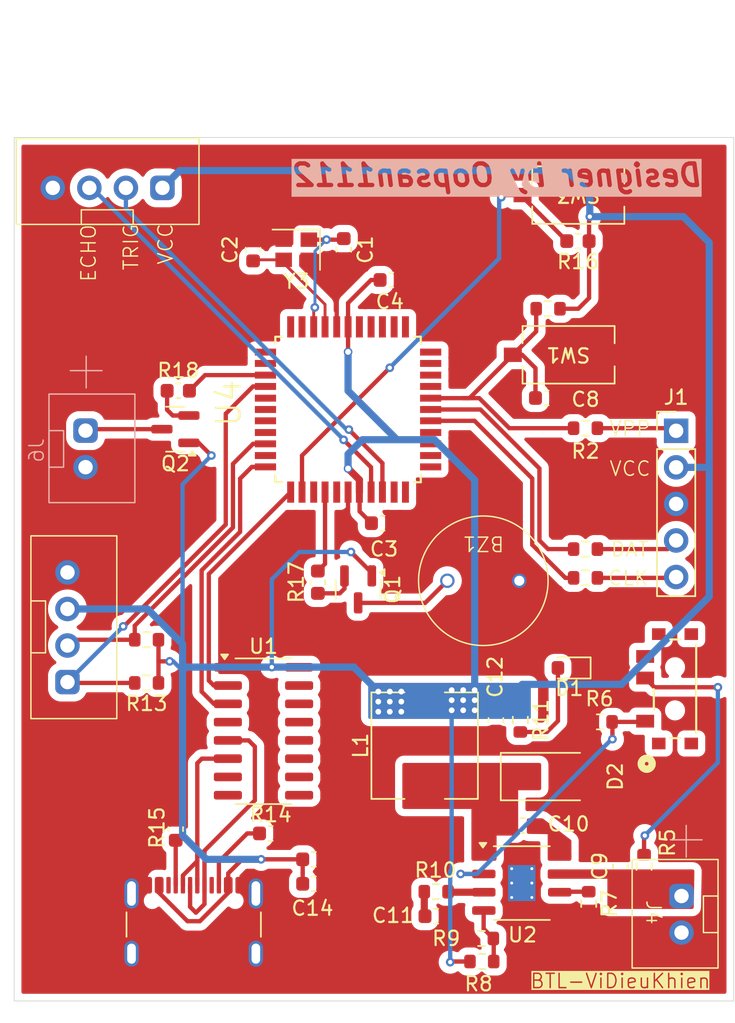
<source format=kicad_pcb>
(kicad_pcb (version 20240108) (generator "pcbnew") (generator_version "8.0")
  (layers (0 "F.Cu" signal) (31 "B.Cu" signal) (34 "B.Paste" user) (35 "F.Paste" user) (36 "B.SilkS" user "B.Silkscreen") (37 "F.SilkS" user "F.Silkscreen") (38 "B.Mask" user) (39 "F.Mask" user) (44 "Edge.Cuts" user))
  (net 0 "")
  (net 1 "Net-(BZ1--)")
  (net 2 "GND")
  (net 3 "+5V")
  (net 4 "VPP")
  (net 5 "8v")
  (net 6 "Net-(U2-BST)")
  (net 7 "Net-(D2-K)")
  (net 8 "Net-(C11-Pad1)")
  (net 9 "Net-(D1-A)")
  (net 10 "Net-(J1-Pin_5)")
  (net 11 "Net-(J1-Pin_4)")
  (net 12 "Net-(J1-Pin_1)")
  (net 13 "/HEADER/D-")
  (net 14 "Net-(J3-CC1)")
  (net 15 "/HEADER/D+")
  (net 16 "Net-(J3-CC2)")
  (net 19 "Net-(Q1-B)")
  (net 20 "/HEADER/IPS_DAT")
  (net 21 "/HEADER/IPS_CLK")
  (net 22 "/POWER/sw2")
  (net 23 "/POWER/sw1")
  (net 24 "Net-(U2-FREQ)")
  (net 25 "Net-(U2-FB)")
  (net 26 "Net-(U2-COMP)")
  (net 27 "/HEADER/SDA")
  (net 28 "/HEADER/SCL")
  (net 29 "/MCU/SW0")
  (net 30 "/MCU/BUZZER")
  (net 32 "/HEADER/TRIG")
  (net 33 "/HEADER/ECHO")
  (net 34 "Net-(U4-RA6{slash}OSC2{slash}CLKOUT)")
  (net 35 "Net-(U4-RA7{slash}OSC1{slash}CLKIN)")
  (net 42 "Net-(J6-Pin_1)")
  (net 73 "/HEADER/RX")
  (net 74 "/HEADER/TX")
  (net 75 "Net-(Q2-B)")
  (net 76 "/HEADER/LAZZER")
  (footprint "Capacitor_SMD:C_0603_1608Metric" (layer "F.Cu") (at 164.922 110.8319 90)
    (property "Reference" "C9")
    (property "Value" "100n")
  )
  (footprint "Resistor_SMD:R_0603_1608Metric" (layer "F.Cu") (at 163.522 100.8069 180)
    (property "Reference" "R6")
    (property "Value" "30k")
  )
  (footprint "Package_TO_SOT_SMD:SOT-23" (layer "F.Cu") (at 146.7 91.6 -90)
    (property "Reference" "Q1")
    (property "Value" "S8550")
  )
  (footprint "JST-254:JST 4" (layer "F.Cu") (at 129.0908 100.58 90)
    (property "Reference" "J2" (hide yes))
    (property "Value" "Conn_01x04_Socket")
  )
  (footprint "JST-254:JST 4" (layer "F.Cu") (at 135.64 61.1092 180)
    (property "Reference" "J5" (hide yes))
    (property "Value" "Conn_01x04_Socket")
  )
  (footprint "Capacitor_SMD:C_0603_1608Metric" (layer "F.Cu") (at 143.622 112.0569)
    (property "Reference" "C14")
    (property "Value" "100nF")
  )
  (footprint "Package_SO:SOIC-8-1EP_3.9x4.9mm_P1.27mm_EP2.514x3.2mm_ThermalVias" (layer "F.Cu") (at 158.072 112.0069)
    (property "Reference" "U2")
    (property "Value" "MP1584EN-LF-P")
  )
  (footprint "Resistor_SMD:R_0603_1608Metric" (layer "F.Cu") (at 132 95.1 180)
    (property "Reference" "R12" (hide yes))
    (property "Value" "4.7k")
  )
  (footprint "Resistor_SMD:R_0603_1608Metric" (layer "F.Cu") (at 155.272 115.8569 180)
    (property "Reference" "R9")
    (property "Value" "10k")
  )
  (footprint "Capacitor_SMD:C_0603_1608Metric" (layer "F.Cu") (at 149 70.1)
    (property "Reference" "C4")
    (property "Value" "100n")
  )
  (footprint "JST-254:JST 2" (layer "F.Cu") (at 169.172 112.9069 -90)
    (property "Reference" "J4")
    (property "Value" "Conn_01x02_Socket")
  )
  (footprint "Capacitor_SMD:C_0603_1608Metric" (layer "F.Cu") (at 143.622 110.3569)
    (property "Reference" "C13" (hide yes))
    (property "Value" "10uF")
  )
  (footprint "Capacitor_SMD:C_0603_1608Metric" (layer "F.Cu") (at 134.2 77.8 180)
    (property "Reference" "R18")
    (property "Value" "1K")
  )
  (footprint "Resistor_SMD:R_0603_1608Metric" (layer "F.Cu") (at 157.972 100.6819 -90)
    (property "Reference" "R11")
    (property "Value" "4.7k")
  )
  (footprint "Package_SO:SOIC-16_3.9x9.9mm_P1.27mm" (layer "F.Cu") (at 140.122 101.4569)
    (property "Reference" "U1")
    (property "Value" "CH340C")
  )
  (footprint "Resistor_SMD:R_0603_1608Metric" (layer "F.Cu") (at 166.572 110.8569 90)
    (property "Reference" "R5")
    (property "Value" "100k")
  )
  (footprint "Capacitor_SMD:C_0603_1608Metric" (layer "F.Cu") (at 143.9 91.1 -90)
    (property "Reference" "R17")
    (property "Value" "1K")
  )
  (footprint "Capacitor_SMD:C_0603_1608Metric" (layer "F.Cu") (at 159.8 78.3)
    (property "Reference" "C8")
    (property "Value" "10n")
  )
  (footprint "Resistor_SMD:R_0603_1608Metric" (layer "F.Cu") (at 162.722 113.4319 -90)
    (property "Reference" "R7")
    (property "Value" "100k")
  )
  (footprint "Capacitor_SMD:C_0603_1608Metric" (layer "F.Cu") (at 139.4 68 -90)
    (property "Reference" "C2")
    (property "Value" "10p")
  )
  (footprint "Resistor_SMD:R_0603_1608Metric" (layer "F.Cu") (at 159.9 72.1 180)
    (property "Reference" "R1" (hide yes))
    (property "Value" "4.7K")
  )
  (footprint "Resistor_SMD:R_0603_1608Metric" (layer "F.Cu") (at 132 98.1 180)
    (property "Reference" "R13")
    (property "Value" "4.7k")
  )
  (footprint "MK-12C02:MK-12C02-G020_GSW" (layer "F.Cu") (at 168.722 98.5083 90)
    (property "Reference" "SW4" (hide yes))
    (property "Value" "MK-12C02-G020")
  )
  (footprint "Capacitor_SMD:C_0603_1608Metric" (layer "F.Cu") (at 145.7 68 90)
    (property "Reference" "C1")
    (property "Value" "10p")
  )
  (footprint "Capacitor_SMD:C_0603_1608Metric" (layer "F.Cu") (at 158.147 108.0069)
    (property "Reference" "C10")
    (property "Value" "100n")
  )
  (footprint "Button_Switch_SMD:SW_Tactile_SPST_NO_Straight_CK_PTS636Sx25SMTRLFS" (layer "F.Cu") (at 161.325 75.3 180)
    (property "Reference" "SW1")
    (property "Value" "RST_BUT")
  )
  (footprint "Resistor_SMD:R_0603_1608Metric" (layer "F.Cu") (at 162.5 80.4)
    (property "Reference" "R2")
    (property "Value" "10R")
  )
  (footprint "Capacitor_SMD:C_0603_1608Metric" (layer "F.Cu") (at 140.622 108.5569)
    (property "Reference" "R14")
    (property "Value" "5.1K")
  )
  (footprint "Resistor_SMD:R_0603_1608Metric" (layer "F.Cu") (at 162.5 90.8 180)
    (property "Reference" "R4" (hide yes))
    (property "Value" "10R")
  )
  (footprint "Resistor_SMD:R_0603_1608Metric" (layer "F.Cu") (at 152.122 112.6069 180)
    (property "Reference" "R10")
    (property "Value" "100k")
  )
  (footprint "Resistor_SMD:R_0603_1608Metric" (layer "F.Cu") (at 155.297 117.4569)
    (property "Reference" "R8")
    (property "Value" "51k")
  )
  (footprint "Crystal:Crystal_SMD_2520-4Pin_2.5x2.0mm" (layer "F.Cu") (at 142.4 68 180)
    (property "Reference" "Y3")
    (property "Value" "12M")
  )
  (footprint "Diode_SMD:D_SMA" (layer "F.Cu") (at 160.122 104.6069)
    (property "Reference" "D2")
    (property "Value" "SS34")
  )
  (footprint "Buzzer_Beeper:buzzer tmb09a05 9x5.5" (layer "F.Cu") (at 152.5 80.95 180)
    (property "Reference" "BZ1")
    (property "Value" "Buzzer")
  )
  (footprint "Button_Switch_SMD:SW_Tactile_SPST_NO_Straight_CK_PTS636Sx25SMTRLFS" (layer "F.Cu") (at 162 64.2 180)
    (property "Reference" "SW3")
    (property "Value" "SW_Push")
  )
  (footprint "Connector_PinHeader_2.54mm:PinHeader_1x05_P2.54mm_Vertical" (layer "F.Cu") (at 168.8 80.58)
    (property "Reference" "J1")
    (property "Value" "ISP_CON")
  )
  (footprint "Capacitor_SMD:C_0603_1608Metric" (layer "F.Cu") (at 148.4 87)
    (property "Reference" "C3")
    (property "Value" "100n")
  )
  (footprint "Package_TO_SOT_SMD:QFP80P1200X1200X120-44N" (layer "F.Cu") (at 146 79.1 90)
    (property "Reference" "U4")
    (property "Value" "PIC16F887-I_PT")
  )
  (footprint "Capacitor_SMD:C_0603_1608Metric" (layer "F.Cu") (at 156.272 100.6819 -90)
    (property "Reference" "C12")
    (property "Value" "22u")
  )
  (footprint "Capacitor_SMD:C_0603_1608Metric" (layer "F.Cu") (at 134.022 108.2569 -90)
    (property "Reference" "R15")
    (property "Value" "5.1K")
  )
  (footprint "Resistor_SMD:R_0603_1608Metric" (layer "F.Cu") (at 162.5 88.8 180)
    (property "Reference" "R3" (hide yes))
    (property "Value" "10R")
  )
  (footprint "Package_TO_SOT_SMD:SOT-23" (layer "F.Cu") (at 134 80.4681 180)
    (property "Reference" "Q2")
    (property "Value" "S8550")
  )
  (footprint "Capacitor_SMD:C_0603_1608Metric" (layer "F.Cu") (at 152.122 114.3069)
    (property "Reference" "C11")
    (property "Value" "150p")
  )
  (footprint "Inductor_SMD:L_7.3x7.3_H3.5" (layer "F.Cu") (at 151.322 102.4569 90)
    (property "Reference" "L1")
    (property "Value" "15uH")
  )
  (footprint "LED_SMD:LED_0603_1608Metric" (layer "F.Cu") (at 161.372 97.0569 180)
    (property "Reference" "D1")
    (property "Value" "LED")
  )
  (footprint "Capacitor_SMD:C_0603_1608Metric" (layer "F.Cu") (at 161.975 67.4 180)
    (property "Reference" "R16")
    (property "Value" "10K")
  )
  (footprint "Connector_USB:USB_C_Receptacle_GCT_USB4105-xx-A_16P_TopMnt_Horizontal" (layer "F.Cu") (at 135.272 115.8369)
    (property "Reference" "J3" (hide yes))
    (property "Value" "USB_C_Receptacle_USB2.0_16P")
  )
  (footprint "JST-254:JST 2" (layer "B.Cu") (at 127.7555 80.5681 -90)
    (property "Reference" "J6")
    (property "Value" "Conn_01x02_Socket")
  )
  (gr_line (start 126.7 76.4) (end 128.9 76.4) (stroke (width 0.1)) (layer "B.SilkS"))
  (gr_line (start 127.8 75.4) (end 127.8 77.6) (stroke (width 0.1)) (layer "B.SilkS"))
  (gr_line (start 169.5 108) (end 169.5 110.2) (stroke (width 0.1)) (layer "B.SilkS"))
  (gr_line (start 168.4 109) (end 170.6 109) (stroke (width 0.1)) (layer "B.SilkS"))
  (gr_line (start 172.8 60.2) (end 122.8 60.2) (stroke (width 0.05)) (layer "Edge.Cuts"))
  (gr_line (start 122.8 60.2) (end 122.8 120.2) (stroke (width 0.05)) (layer "Edge.Cuts"))
  (gr_line (start 172.8 120.2) (end 172.8 60.2) (stroke (width 0.05)) (layer "Edge.Cuts"))
  (gr_line (start 122.8 120.2) (end 172.8 120.2) (stroke (width 0.05)) (layer "Edge.Cuts"))
  (gr_text "Designer by Oopsan1112" (at 170.8 63.7 0) (layer "B.SilkS" knockout) (effects (font (size 1.5 1.5) (thickness 0.3) (bold yes) (italic yes)) (justify left bottom mirror)))
  (gr_text "CLK\n" (at 164 91.4 0) (layer "F.SilkS") (effects (font (size 1 1) (thickness 0.1)) (justify left bottom)))
  (gr_text "DAT\n" (at 164.2 89.4 0) (layer "F.SilkS") (effects (font (size 1 1) (thickness 0.1)) (justify left bottom)))
  (gr_text "VCC\n" (at 164.1 83.8 0) (layer "F.SilkS") (effects (font (size 1 1) (thickness 0.1)) (justify left bottom)))
  (gr_text "BTL-ViDieuKhien" (at 158.6 119.4 0) (layer "F.SilkS" knockout) (effects (font (size 1 1) (thickness 0.1)) (justify left bottom)))
  (gr_text "VPP\n" (at 164.1 81 0) (layer "F.SilkS") (effects (font (size 1 1) (thickness 0.1)) (justify left bottom)))
  (gr_text "ECHO\n" (at 127.3 70.3 -90) (layer "F.SilkS") (effects (font (size 1 1) (thickness 0.1)) (justify left bottom mirror)))
  (gr_text "TRIG\n" (at 131.5 69.5 90) (layer "F.SilkS") (effects (font (size 1 1) (thickness 0.1)) (justify left bottom)))
  (gr_text "VCC\n" (at 133.9 69.1 90) (layer "F.SilkS") (effects (font (size 1 1) (thickness 0.1)) (justify left bottom)))
  (segment (start 151.3625 92.5375) (end 152.9 91) (width 0.3) (layer "F.Cu") (net 1))
  (segment (start 146.7 92.5375) (end 151.3625 92.5375) (width 0.3) (layer "F.Cu") (net 1))
  (segment (start 146 86.6) (end 145.9 86.7) (width 0.3) (layer "F.Cu") (net 2))
  (segment (start 145.2126 73.3596) (end 145.2126 71.1126) (width 0.3) (layer "F.Cu") (net 2))
  (segment (start 146 84.8404) (end 146 86.6) (width 0.3) (layer "F.Cu") (net 2))
  (segment (start 146 83.2) (end 146.7874 83.9874) (width 0.5) (layer "F.Cu") (net 3))
  (segment (start 139.9569 110.3569) (end 138.6431 110.3569) (width 0.3) (layer "F.Cu") (net 3))
  (segment (start 138.6431 110.3569) (end 137.672 111.328) (width 0.3) (layer "F.Cu") (net 3))
  (segment (start 137.672 111.328) (end 137.672 112.1569) (width 0.3) (layer "F.Cu") (net 3))
  (segment (start 146 73.3596) (end 146 71.7) (width 0.3) (layer "F.Cu") (net 3))
  (segment (start 135.6181 81.4181) (end 134.9375 81.4181) (width 0.3) (layer "F.Cu") (net 3))
  (segment (start 146.7874 83.9874) (end 146.7874 84.8404) (width 0.5) (layer "F.Cu") (net 3))
  (segment (start 135.70012 114.6569) (end 134.84388 114.6569) (width 0.3) (layer "F.Cu") (net 3))
  (segment (start 132.825 96.6) (end 132.825 98.1) (width 0.3) (layer "F.Cu") (net 3))
  (segment (start 147.6 70.1) (end 148.225 70.1) (width 0.3) (layer "F.Cu") (net 3))
  (segment (start 153.1431 117.4569) (end 153.1 117.5) (width 0.3) (layer "F.Cu") (net 3))
  (segment (start 132.825 95.1) (end 132.825 96.6) (width 0.3) (layer "F.Cu") (net 3))
  (segment (start 146.2 89) (end 147.65 90.45) (width 0.3) (layer "F.Cu") (net 3))
  (segment (start 162.75 67.4) (end 162.75 65.75) (width 0.3) (layer "F.Cu") (net 3))
  (segment (start 146 73.3596) (end 146 75.1) (width 0.3) (layer "F.Cu") (net 3))
  (segment (start 147.625 87) (end 146.8 86.175) (width 0.3) (layer "F.Cu") (net 3))
  (segment (start 154.472 117.4569) (end 153.1431 117.4569) (width 0.3) (layer "F.Cu") (net 3))
  (segment (start 139.9569 110.3569) (end 142.847 110.3569) (width 0.3) (layer "F.Cu") (net 3))
  (segment (start 146.8 86.175) (end 146.8 84.853) (width 0.3) (layer "F.Cu") (net 3))
  (segment (start 134.84388 114.6569) (end 132.872 112.68502) (width 0.3) (layer "F.Cu") (net 3))
  (segment (start 132.825 96.6) (end 133.6 96.6) (width 0.3) (layer "F.Cu") (net 3))
  (segment (start 142.847 111.3) (end 142.847 112.0569) (width 0.3) (layer "F.Cu") (net 3))
  (segment (start 147.65 90.45) (end 147.65 90.6625) (width 0.3) (layer "F.Cu") (net 3))
  (segment (start 140.7119 97.0119) (end 140.7 97) (width 0.3) (layer "F.Cu") (net 3))
  (segment (start 142.847 110.3569) (end 142.847 111.3) (width 0.3) (layer "F.Cu") (net 3))
  (segment (start 162 72.1) (end 162.75 71.35) (width 0.3) (layer "F.Cu") (net 3))
  (segment (start 137.672 112.68502) (end 135.70012 114.6569) (width 0.3) (layer "F.Cu") (net 3))
  (segment (start 162.75 71.35) (end 162.75 67.4) (width 0.3) (layer "F.Cu") (net 3))
  (segment (start 136.5 82.3) (end 135.6181 81.4181) (width 0.3) (layer "F.Cu") (net 3))
  (segment (start 137.672 112.1569) (end 137.672 112.68502) (width 0.3) (layer "F.Cu") (net 3))
  (segment (start 160.725 72.1) (end 162 72.1) (width 0.3) (layer "F.Cu") (net 3))
  (segment (start 146 71.7) (end 147.6 70.1) (width 0.3) (layer "F.Cu") (net 3))
  (segment (start 162.75 65.75) (end 162.8 65.7) (width 0.3) (layer "F.Cu") (net 3))
  (segment (start 132.872 112.68502) (end 132.872 112.1569) (width 0.3) (layer "F.Cu") (net 3))
  (segment (start 146.8 84.853) (end 146.7874 84.8404) (width 0.3) (layer "F.Cu") (net 3))
  (segment (start 142.597 97.0119) (end 140.7119 97.0119) (width 0.3) (layer "F.Cu") (net 3))
  (via (at 146.2 89) (size 0.6) (drill 0.3) (layers "F.Cu" "B.Cu") (net 3))
  (via (at 153.2 98.6) (size 0.6) (drill 0.4) (layers "F.Cu" "B.Cu") (net 3))
  (via (at 153.2 99.3) (size 0.6) (drill 0.4) (layers "F.Cu" "B.Cu") (net 3))
  (via (at 154 100) (size 0.6) (drill 0.4) (layers "F.Cu" "B.Cu") (net 3))
  (via (at 133.6 96.6) (size 0.6) (drill 0.3) (layers "F.Cu" "B.Cu") (net 3))
  (via (at 140.7 97) (size 0.6) (drill 0.3) (layers "F.Cu" "B.Cu") (net 3))
  (via (at 148.1 100.1) (size 0.6) (drill 0.4) (layers "F.Cu" "B.Cu") (net 3))
  (via (at 136.5 82.3) (size 0.6) (drill 0.3) (layers "F.Cu" "B.Cu") (net 3))
  (via (at 148.1 99.4) (size 0.6) (drill 0.4) (layers "F.Cu" "B.Cu") (net 3))
  (via (at 149.7 100.1) (size 0.6) (drill 0.4) (layers "F.Cu" "B.Cu") (net 3))
  (via (at 148.1 98.7) (size 0.6) (drill 0.4) (layers "F.Cu" "B.Cu") (net 3))
  (via (at 146 75.1) (size 0.6) (drill 0.4) (layers "F.Cu" "B.Cu") (net 3))
  (via (at 149.7 99.4) (size 0.6) (drill 0.4) (layers "F.Cu" "B.Cu") (net 3))
  (via (at 148.9 98.7) (size 0.6) (drill 0.4) (layers "F.Cu" "B.Cu") (net 3))
  (via (at 139.9569 110.3569) (size 0.6) (drill 0.3) (layers "F.Cu" "B.Cu") (net 3))
  (via (at 148.9 100.1) (size 0.6) (drill 0.4) (layers "F.Cu" "B.Cu") (net 3))
  (via (at 153.2 100) (size 0.6) (drill 0.4) (layers "F.Cu" "B.Cu") (net 3))
  (via (at 154 98.6) (size 0.6) (drill 0.4) (layers "F.Cu" "B.Cu") (net 3))
  (via (at 154.8 99.3) (size 0.6) (drill 0.4) (layers "F.Cu" "B.Cu") (net 3))
  (via (at 154.8 100) (size 0.6) (drill 0.4) (layers "F.Cu" "B.Cu") (net 3))
  (via (at 162.8 65.7) (size 0.6) (drill 0.3) (layers "F.Cu" "B.Cu") (net 3))
  (via (at 154 99.3) (size 0.6) (drill 0.4) (layers "F.Cu" "B.Cu") (net 3))
  (via (at 154.8 98.6) (size 0.6) (drill 0.4) (layers "F.Cu" "B.Cu") (net 3))
  (via (at 149.7 98.7) (size 0.6) (drill 0.4) (layers "F.Cu" "B.Cu") (net 3))
  (via (at 153.1 117.5) (size 0.6) (drill 0.3) (layers "F.Cu" "B.Cu") (net 3))
  (via (at 146 83.2) (size 0.6) (drill 0.4) (layers "F.Cu" "B.Cu") (net 3))
  (via (at 148.9 99.4) (size 0.6) (drill 0.4) (layers "F.Cu" "B.Cu") (net 3))
  (segment (start 146 83.2) (end 146 82.2) (width 0.5) (layer "B.Cu") (net 3))
  (segment (start 171.1 83) (end 170.98 83.12) (width 0.5) (layer "B.Cu") (net 3))
  (segment (start 169.3 65.7) (end 162.8 65.7) (width 0.5) (layer "B.Cu") (net 3))
  (segment (start 140.7 97) (end 140.7 90.9) (width 0.3) (layer "B.Cu") (net 3))
  (segment (start 133.6 96.6) (end 133.85 96.6) (width 0.3) (layer "B.Cu") (net 3))
  (segment (start 165 98.2) (end 171.1 92.1) (width 0.5) (layer "B.Cu") (net 3))
  (segment (start 136.1569 110.3569) (end 139.9569 110.3569) (width 0.5) (layer "B.Cu") (net 3))
  (segment (start 146 77.8) (end 146 75.1) (width 0.5) (layer "B.Cu") (net 3))
  (segment (start 147 81.2) (end 149.6 81.2) (width 0.5) (layer "B.Cu") (net 3))
  (segment (start 134.5 84.3) (end 136.5 82.3) (width 0.3) (layer "B.Cu") (net 3))
  (segment (start 162.8 64.1) (end 161.2 62.5) (width 0.5) (layer "B.Cu") (net 3))
  (segment (start 153.1 117.5) (end 153.1 111.174661) (width 0.3) (layer "B.Cu") (net 3))
  (segment (start 153.1 111.174661) (end 153.2 111.074661) (width 0.3) (layer "B.Cu") (net 3))
  (segment (start 171.1 67.5) (end 169.3 65.7) (width 0.5) (layer "B.Cu") (net 3))
  (segment (start 149.6 81.2) (end 149.4 81.2) (width 0.5) (layer "B.Cu") (net 3))
  (segment (start 134.75 97) (end 134.5 97.25) (width 0.5) (layer "B.Cu") (net 3))
  (segment (start 146.4 97) (end 140.7 97) (width 0.5) (layer "B.Cu") (net 3))
  (segment (start 170.98 83.12) (end 168.8 83.12) (width 0.5) (layer "B.Cu") (net 3))
  (segment (start 162.8 65.7) (end 162.8 64.1) (width 0.5) (layer "B.Cu") (net 3))
  (segment (start 149.4 81.2) (end 146 77.8) (width 0.5) (layer "B.Cu") (net 3))
  (segment (start 140.7 90.9) (end 142.6 89) (width 0.3) (layer "B.Cu") (net 3))
  (segment (start 146 82.2) (end 147 81.2) (width 0.5) (layer "B.Cu") (net 3))
  (segment (start 132.06 92.96) (end 126.5 92.96) (width 0.5) (layer "B.Cu") (net 3))
  (segment (start 153.2 111.074661) (end 153.2 100) (width 0.3) (layer "B.Cu") (net 3))
  (segment (start 157.5 98.8) (end 158.1 98.2) (width 0.5) (layer "B.Cu") (net 3))
  (segment (start 171.1 80.3) (end 171.1 73.7) (width 0.5) (layer "B.Cu") (net 3))
  (segment (start 142.6 89) (end 146.2 89) (width 0.3) (layer "B.Cu") (net 3))
  (segment (start 149.6 81.2) (end 152 81.2) (width 0.5) (layer "B.Cu") (net 3))
  (segment (start 148.1 98.7) (end 148 98.6) (width 0.5) (layer "B.Cu") (net 3))
  (segment (start 140.7 97) (end 134.75 97) (width 0.5) (layer "B.Cu") (net 3))
  (segment (start 171.1 83) (end 171.1 79.8) (width 0.5) (layer "B.Cu") (net 3))
  (segment (start 158.1 98.2) (end 165 98.2) (width 0.5) (layer "B.Cu") (net 3))
  (segment (start 134.3 62.5) (end 133.1 63.7) (width 0.5) (layer "B.Cu") (net 3))
  (segment (start 134.5 108.7) (end 136.1569 110.3569) (width 0.5) (layer "B.Cu") (net 3))
  (segment (start 134.5 97.25) (end 134.5 95.4) (width 0.5) (layer "B.Cu") (net 3))
  (segment (start 148.1 98.7) (end 146.4 97) (width 0.5) (layer "B.Cu") (net 3))
  (segment (start 134.5 97.25) (end 134.5 84.3) (width 0.3) (layer "B.Cu") (net 3))
  (segment (start 134.5 95.4) (end 132.06 92.96) (width 0.5) (layer "B.Cu") (net 3))
  (segment (start 134.5 97.25) (end 134.5 108.7) (width 0.5) (layer "B.Cu") (net 3))
  (segment (start 154.8 84) (end 154.8 98.6) (width 0.5) (layer "B.Cu") (net 3))
  (segment (start 171.1 73.7) (end 171.1 67.5) (width 0.5) (layer "B.Cu") (net 3))
  (segment (start 133.85 96.6) (end 134.5 97.25) (width 0.3) (layer "B.Cu") (net 3))
  (segment (start 152 81.2) (end 154.8 84) (width 0.5) (layer "B.Cu") (net 3))
  (segment (start 161.2 62.5) (end 134.3 62.5) (width 0.5) (layer "B.Cu") (net 3))
  (segment (start 171.1 92.1) (end 171.1 83) (width 0.5) (layer "B.Cu") (net 3))
  (segment (start 161.675 80.4) (end 157.207106 80.4) (width 0.3) (layer "F.Cu") (net 4))
  (segment (start 155.119706 78.3126) (end 154 78.3126) (width 0.3) (layer "F.Cu") (net 4))
  (segment (start 157.207106 80.4) (end 155.119706 78.3126) (width 0.3) (layer "F.Cu") (net 4))
  (segment (start 154.4374 78.3126) (end 154 78.3126) (width 0.3) (layer "F.Cu") (net 4))
  (segment (start 157.45 75.3) (end 154.4374 78.3126) (width 0.3) (layer "F.Cu") (net 4))
  (segment (start 159.025 76.225) (end 158.1 75.3) (width 0.3) (layer "F.Cu") (net 4))
  (segment (start 159.075 73.675) (end 157.45 75.3) (width 0.3) (layer "F.Cu") (net 4))
  (segment (start 154 78.3126) (end 151.7404 78.3126) (width 0.3) (layer "F.Cu") (net 4))
  (segment (start 158.1 75.3) (end 157.45 75.3) (width 0.3) (layer "F.Cu") (net 4))
  (segment (start 159.075 72.1) (end 159.075 73.675) (width 0.3) (layer "F.Cu") (net 4))
  (segment (start 159.025 78.3) (end 159.025 76.225) (width 0.3) (layer "F.Cu") (net 4))
  (segment (start 151.297 112.6069) (end 151.297 114.2569) (width 0.5) (layer "F.Cu") (net 8))
  (segment (start 151.297 114.2569) (end 151.347 114.3069) (width 0.2) (layer "F.Cu") (net 8))
  (segment (start 160.5845 97.0569) (end 160.5845 100.7444) (width 0.3) (layer "F.Cu") (net 9))
  (segment (start 160.5845 100.7444) (end 159.822 101.5069) (width 0.3) (layer "F.Cu") (net 9))
  (segment (start 159.822 101.5069) (end 157.972 101.5069) (width 0.3) (layer "F.Cu") (net 9))
  (segment (start 163.325 90.8) (end 168.74 90.8) (width 0.3) (layer "F.Cu") (net 10))
  (segment (start 168.74 90.8) (end 168.8 90.74) (width 0.3) (layer "F.Cu") (net 10))
  (segment (start 163.325 88.8) (end 168.2 88.8) (width 0.3) (layer "F.Cu") (net 11))
  (segment (start 168.2 88.8) (end 168.8 88.2) (width 0.3) (layer "F.Cu") (net 11))
  (segment (start 163.325 80.4) (end 168.62 80.4) (width 0.3) (layer "F.Cu") (net 12))
  (segment (start 168.62 80.4) (end 168.8 80.58) (width 0.3) (layer "F.Cu") (net 12))
  (segment (start 135.522 109.3569) (end 135.522 103.678) (width 0.3) (layer "F.Cu") (net 13))
  (segment (start 135.522 110.47878) (end 135.522 109.3569) (width 0.3) (layer "F.Cu") (net 13))
  (segment (start 134.522 112.1569) (end 134.522 111.47878) (width 0.3) (layer "F.Cu") (net 13))
  (segment (start 135.522 103.678) (end 135.8381 103.3619) (width 0.3) (layer "F.Cu") (net 13))
  (segment (start 135.8381 103.3619) (end 137.647 103.3619) (width 0.3) (layer "F.Cu") (net 13))
  (segment (start 135.522 112.1569) (end 135.522 109.3569) (width 0.3) (layer "F.Cu") (net 13))
  (segment (start 134.522 111.47878) (end 135.522 110.47878) (width 0.3) (layer "F.Cu") (net 13))
  (segment (start 134.022 112.1569) (end 134.022 109.0319) (width 0.3) (layer "F.Cu") (net 14))
  (segment (start 136.022 112.1569) (end 136.022 113.46745) (width 0.3) (layer "F.Cu") (net 15))
  (segment (start 136.022 109.7569) (end 136.022 112.1569) (width 0.3) (layer "F.Cu") (net 15))
  (segment (start 135.427275 114.062175) (end 135.022 113.6569) (width 0.3) (layer "F.Cu") (net 15))
  (segment (start 139.522 102.522) (end 139.522 106.2569) (width 0.3) (layer "F.Cu") (net 15))
  (segment (start 139.0919 102.0919) (end 139.522 102.522) (width 0.3) (layer "F.Cu") (net 15))
  (segment (start 135.022 113.6569) (end 135.022 112.1569) (width 0.3) (layer "F.Cu") (net 15))
  (segment (start 139.522 106.2569) (end 136.022 109.7569) (width 0.3) (layer "F.Cu") (net 15))
  (segment (start 137.647 102.0919) (end 139.0919 102.0919) (width 0.3) (layer "F.Cu") (net 15))
  (segment (start 136.022 113.46745) (end 135.427275 114.062175) (width 0.3) (layer "F.Cu") (net 15))
  (segment (start 137.022 112.1569) (end 137.022 110.524795) (width 0.3) (layer "F.Cu") (net 16))
  (segment (start 138.989895 108.5569) (end 139.847 108.5569) (width 0.3) (layer "F.Cu") (net 16))
  (segment (start 137.022 110.524795) (end 138.989895 108.5569) (width 0.3) (layer "F.Cu") (net 16))
  (segment (start 143.9 91.875) (end 145.425 91.875) (width 0.3) (layer "F.Cu") (net 19))
  (segment (start 145.75 91.55) (end 145.75 90.6625) (width 0.3) (layer "F.Cu") (net 19))
  (segment (start 145.425 91.875) (end 145.75 91.55) (width 0.3) (layer "F.Cu") (net 19))
  (segment (start 159.3 83.2) (end 155.2 79.1) (width 0.3) (layer "F.Cu") (net 20))
  (segment (start 159.3 88.2) (end 159.3 83.2) (width 0.3) (layer "F.Cu") (net 20))
  (segment (start 161.675 88.8) (end 159.9 88.8) (width 0.3) (layer "F.Cu") (net 20))
  (segment (start 155.2 79.1) (end 151.7404 79.1) (width 0.3) (layer "F.Cu") (net 20))
  (segment (start 159.9 88.8) (end 159.3 88.2) (width 0.3) (layer "F.Cu") (net 20))
  (segment (start 158.8 83.9) (end 154.7874 79.8874) (width 0.3) (layer "F.Cu") (net 21))
  (segment (start 154.7874 79.8874) (end 151.7404 79.8874) (width 0.3) (layer "F.Cu") (net 21))
  (segment (start 161.1 90.8) (end 158.8 88.5) (width 0.3) (layer "F.Cu") (net 21))
  (segment (start 161.675 90.8) (end 161.1 90.8) (width 0.3) (layer "F.Cu") (net 21))
  (segment (start 158.8 88.5) (end 158.8 83.9) (width 0.3) (layer "F.Cu") (net 21))
  (segment (start 166.572 110.0319) (end 166.572 108.7569) (width 0.3) (layer "F.Cu") (net 22))
  (segment (start 171.7 98.4) (end 167.28782 98.4) (width 0.3) (layer "F.Cu") (net 22))
  (segment (start 167.28782 98.4) (end 166.64682 97.759) (width 0.3) (layer "F.Cu") (net 22))
  (segment (start 166.572 108.7569) (end 166.622 108.7069) (width 0.2) (layer "F.Cu") (net 22))
  (via (at 171.7 98.4) (size 0.6) (drill 0.3) (layers "F.Cu" "B.Cu") (net 22))
  (via (at 166.622 108.7069) (size 0.6) (drill 0.3) (layers "F.Cu" "B.Cu") (net 22))
  (segment (start 171.7 98.4) (end 171.7 103.6289) (width 0.3) (layer "B.Cu") (net 22))
  (segment (start 171.7 103.6289) (end 166.622 108.7069) (width 0.3) (layer "B.Cu") (net 22))
  (segment (start 164.347 100.8069) (end 166.59612 100.8069) (width 0.3) (layer "F.Cu") (net 23))
  (segment (start 164.372 100.8319) (end 164.347 100.8069) (width 0.3) (layer "F.Cu") (net 23))
  (segment (start 166.59612 100.8069) (end 166.64682 100.7562) (width 0.2) (layer "F.Cu") (net 23))
  (segment (start 164.372 102.0069) (end 164.372 100.8319) (width 0.3) (layer "F.Cu") (net 23))
  (segment (start 153.822 111.3719) (end 155.4345 111.3719) (width 0.3) (layer "F.Cu") (net 23))
  (via (at 164.372 102.0069) (size 0.6) (drill 0.3) (layers "F.Cu" "B.Cu") (net 23))
  (via (at 153.822 111.3719) (size 0.6) (drill 0.3) (layers "F.Cu" "B.Cu") (net 23))
  (segment (start 164.322 102.0069) (end 164.372 102.0069) (width 0.3) (layer "B.Cu") (net 23))
  (segment (start 154.957 111.3719) (end 164.322 102.0069) (width 0.3) (layer "B.Cu") (net 23))
  (segment (start 153.822 111.3719) (end 154.957 111.3719) (width 0.3) (layer "B.Cu") (net 23))
  (segment (start 162.722 112.6069) (end 160.7445 112.6069) (width 0.3) (layer "F.Cu") (net 24))
  (segment (start 160.7445 112.6069) (end 160.7095 112.6419) (width 0.2) (layer "F.Cu") (net 24))
  (segment (start 155.422 113.9244) (end 155.4345 113.9119) (width 0.3) (layer "F.Cu") (net 25))
  (segment (start 156.097 115.8569) (end 155.422 115.1819) (width 0.3) (layer "F.Cu") (net 25))
  (segment (start 156.122 115.8819) (end 156.097 115.8569) (width 0.3) (layer "F.Cu") (net 25))
  (segment (start 156.122 117.4569) (end 156.122 115.8819) (width 0.3) (layer "F.Cu") (net 25))
  (segment (start 155.422 115.1819) (end 155.422 113.9244) (width 0.3) (layer "F.Cu") (net 25))
  (segment (start 152.982 112.6419) (end 152.947 112.6069) (width 0.2) (layer "F.Cu") (net 26))
  (segment (start 155.4345 112.6419) (end 152.982 112.6419) (width 0.5) (layer "F.Cu") (net 26))
  (segment (start 131.175 95.1) (end 131.175 94.125) (width 0.3) (layer "F.Cu") (net 27))
  (segment (start 131.275 95.1) (end 126.9 95.1) (width 0.3) (layer "F.Cu") (net 27))
  (segment (start 131.175 94.125) (end 138 87.3) (width 0.3) (layer "F.Cu") (net 27))
  (segment (start 138 87.3) (end 138 82.8821) (width 0.3) (layer "F.Cu") (net 27))
  (segment (start 126.9 95.1) (end 126.5 95.5) (width 0.3) (layer "F.Cu") (net 27))
  (segment (start 139.3945 81.4876) (end 140.2596 81.4876) (width 0.3) (layer "F.Cu") (net 27))
  (segment (start 138 82.8821) (end 139.3945 81.4876) (width 0.3) (layer "F.Cu") (net 27))
  (segment (start 130.37 94.17) (end 130.422894 94.17) (width 0.3) (layer "F.Cu") (net 28))
  (segment (start 139.3945 77.4998) (end 140.2596 77.4998) (width 0.3) (layer "F.Cu") (net 28))
  (segment (start 137.5 79.3943) (end 139.3945 77.4998) (width 0.3) (layer "F.Cu") (net 28))
  (segment (start 126.56 98.1) (end 126.5 98.04) (width 0.3) (layer "F.Cu") (net 28))
  (segment (start 130.422894 94.17) (end 137.5 87.092894) (width 0.3) (layer "F.Cu") (net 28))
  (segment (start 131.175 98.1) (end 126.56 98.1) (width 0.3) (layer "F.Cu") (net 28))
  (segment (start 137.5 87.092894) (end 137.5 79.3943) (width 0.3) (layer "F.Cu") (net 28))
  (via (at 130.37 94.17) (size 0.6) (drill 0.3) (layers "F.Cu" "B.Cu") (net 28))
  (segment (start 130.37 94.17) (end 126.5 98.04) (width 0.3) (layer "B.Cu") (net 28))
  (segment (start 156.8 64.2) (end 158.125 64.2) (width 0.3) (layer "F.Cu") (net 29))
  (segment (start 142.7996 82.3004) (end 148.9 76.2) (width 0.3) (layer "F.Cu") (net 29))
  (segment (start 161.2 67.4) (end 158.125 64.325) (width 0.3) (layer "F.Cu") (net 29))
  (segment (start 142.7996 84.8404) (end 142.7996 82.3004) (width 0.3) (layer "F.Cu") (net 29))
  (segment (start 156.65 64.35) (end 156.8 64.2) (width 0.3) (layer "F.Cu") (net 29))
  (via (at 148.9 76.2) (size 0.6) (drill 0.3) (layers "F.Cu" "B.Cu") (net 29))
  (via (at 156.65 64.35) (size 0.6) (drill 0.3) (layers "F.Cu" "B.Cu") (net 29))
  (segment (start 156.65 64.35) (end 156.5 64.5) (width 0.3) (layer "B.Cu") (net 29))
  (segment (start 156.5 68.6) (end 148.9 76.2) (width 0.3) (layer "B.Cu") (net 29))
  (segment (start 156.5 64.5) (end 156.5 68.6) (width 0.3) (layer "B.Cu") (net 29))
  (segment (start 144.3998 89.8252) (end 144.3998 84.8404) (width 0.3) (layer "F.Cu") (net 30))
  (segment (start 143.9 90.325) (end 144.3998 89.8252) (width 0.3) (layer "F.Cu") (net 30))
  (segment (start 148.3876 82.829187) (end 148.3876 84.8404) (width 0.3) (layer "F.Cu") (net 32))
  (segment (start 146.056962 80.498549) (end 148.3876 82.829187) (width 0.3) (layer "F.Cu") (net 32))
  (via (at 146.056962 80.498549) (size 0.6) (drill 0.3) (layers "F.Cu" "B.Cu") (net 32))
  (segment (start 130.56 65.16) (end 130.56 63.7) (width 0.3) (layer "B.Cu") (net 32))
  (segment (start 145.898549 80.498549) (end 130.56 65.16) (width 0.3) (layer "B.Cu") (net 32))
  (segment (start 146.056962 80.498549) (end 145.898549 80.498549) (width 0.3) (layer "B.Cu") (net 32))
  (segment (start 147.6002 83.11944) (end 147.6002 84.8404) (width 0.3) (layer "F.Cu") (net 33))
  (segment (start 145.69038 81.20962) (end 147.6002 83.11944) (width 0.3) (layer "F.Cu") (net 33))
  (via (at 145.69038 81.20962) (size 0.6) (drill 0.3) (layers "F.Cu" "B.Cu") (net 33))
  (segment (start 145.69038 81.19038) (end 128.2 63.7) (width 0.3) (layer "B.Cu") (net 33))
  (segment (start 128.2 63.7) (end 128.02 63.7) (width 0.3) (layer "B.Cu") (net 33))
  (segment (start 145.69038 81.20962) (end 145.69038 81.19038) (width 0.3) (layer "B.Cu") (net 33))
  (segment (start 143.6124 72.0876) (end 143.6124 73.3596) (width 0.2) (layer "F.Cu") (net 34))
  (segment (start 145.625 67.3) (end 144.5 67.3) (width 0.3) (layer "F.Cu") (net 34))
  (segment (start 145.7 67.225) (end 145.625 67.3) (width 0.3) (layer "F.Cu") (net 34))
  (segment (start 143.275 67.3) (end 144.5 67.3) (width 0.3) (layer "F.Cu") (net 34))
  (segment (start 143.69038 72.00962) (end 143.6124 72.0876) (width 0.2) (layer "F.Cu") (net 34))
  (via (at 143.69038 72.00962) (size 0.6) (drill 0.3) (layers "F.Cu" "B.Cu") (net 34))
  (via (at 144.5 67.3) (size 0.6) (drill 0.3) (layers "F.Cu" "B.Cu") (net 34))
  (segment (start 143.7 68.1) (end 144.5 67.3) (width 0.2) (layer "B.Cu") (net 34))
  (segment (start 143.7 72) (end 143.7 68.1) (width 0.2) (layer "B.Cu") (net 34))
  (segment (start 143.69038 72.00962) (end 143.7 72) (width 0.2) (layer "B.Cu") (net 34))
  (segment (start 141.525 68.7) (end 139.475 68.7) (width 0.2) (layer "F.Cu") (net 35))
  (segment (start 144.4 73.3594) (end 144.3998 73.3596) (width 0.2) (layer "F.Cu") (net 35))
  (segment (start 144.3998 71.7998) (end 144.3998 73.3596) (width 0.2) (layer "F.Cu") (net 35))
  (segment (start 141.525 68.925) (end 144.3998 71.7998) (width 0.2) (layer "F.Cu") (net 35))
  (segment (start 141.525 68.7) (end 141.525 68.925) (width 0.2) (layer "F.Cu") (net 35))
  (segment (start 127.8555 80.4681) (end 127.7555 80.5681) (width 0.3) (layer "F.Cu") (net 42))
  (segment (start 133.0625 80.4681) (end 127.8555 80.4681) (width 0.3) (layer "F.Cu") (net 42))
  (segment (start 139.3122 83.0878) (end 138.5 83.9) (width 0.3) (layer "F.Cu") (net 73))
  (segment (start 138.5 83.9) (end 138.5 87.6) (width 0.3) (layer "F.Cu") (net 73))
  (segment (start 138.5 87.6) (end 135.822 90.278) (width 0.3) (layer "F.Cu") (net 73))
  (segment (start 136.672001 99.5519) (end 137.647 99.5519) (width 0.3) (layer "F.Cu") (net 73))
  (segment (start 140.2596 83.0878) (end 139.3122 83.0878) (width 0.3) (layer "F.Cu") (net 73))
  (segment (start 135.822 98.701899) (end 136.672001 99.5519) (width 0.3) (layer "F.Cu") (net 73))
  (segment (start 135.822 90.278) (end 135.822 98.701899) (width 0.3) (layer "F.Cu") (net 73))
  (segment (start 136.322 90.5306) (end 142.0122 84.8404) (width 0.3) (layer "F.Cu") (net 74))
  (segment (start 137.647 98.2819) (end 136.672001 98.2819) (width 0.3) (layer "F.Cu") (net 74))
  (segment (start 136.672001 98.2819) (end 136.322 97.931899) (width 0.3) (layer "F.Cu") (net 74))
  (segment (start 136.322 97.931899) (end 136.322 90.5306) (width 0.3) (layer "F.Cu") (net 74))
  (segment (start 134.9375 79.5181) (end 133.8181 79.5181) (width 0.3) (layer "F.Cu") (net 75))
  (segment (start 133.8181 79.5181) (end 133.425 79.125) (width 0.3) (layer "F.Cu") (net 75))
  (segment (start 133.425 79.125) (end 133.425 77.8) (width 0.3) (layer "F.Cu") (net 75))
  (segment (start 134.975 77.8) (end 136.0626 76.7124) (width 0.3) (layer "F.Cu") (net 76))
  (segment (start 136.0626 76.7124) (end 140.2596 76.7124) (width 0.3) (layer "F.Cu") (net 76))
  (zone (net 5) (net_name "8v") (layer "F.Cu") (priority 5) (connect_pads yes (clearance 0.5)) (min_thickness 0.25) (fill yes (thermal_gap 0.5) (thermal_bridge_width 0.5))
    (polygon (pts (xy 159.872 111.7069) (xy 159.872 111.0569) (xy 161.372 111.0569) (xy 170.072 111.0569) (xy 170.022 113.8069) (xy 164.022 113.8069) (xy 164.022 111.7069)))
  )
  (zone (net 3) (net_name "+5V") (layer "F.Cu") (priority 3) (connect_pads yes (clearance 0.5)) (min_thickness 0.25) (fill yes (thermal_gap 0.5) (thermal_bridge_width 0.5))
    (polygon (pts (xy 147.4 98.1) (xy 147.4 100.6) (xy 158.7 100.6) (xy 158.7 98.1)))
  )
  (zone (net 6) (net_name "Net-(U2-BST)") (layer "F.Cu") (priority 1) (connect_pads yes (clearance 0.5)) (min_thickness 0.25) (fill yes (thermal_gap 0.5) (thermal_bridge_width 0.5))
    (polygon (pts (xy 159.872 108.6069) (xy 159.872 109.7569) (xy 159.872 110.4569) (xy 161.522 110.4569) (xy 161.522 109.034525) (xy 159.522 107.5069) (xy 158.422 107.5069) (xy 158.422 108.587545)))
  )
  (zone (net 7) (net_name "Net-(D2-K)") (layer "F.Cu") (priority 2) (connect_pads yes (clearance 0.5)) (min_thickness 0.25) (fill yes (thermal_gap 0.5) (thermal_bridge_width 0.5))
    (polygon (pts (xy 156.322 110.4569) (xy 156.322 108.7069) (xy 157.822 108.7069) (xy 157.822 105.5569) (xy 159.422 105.5569) (xy 159.422 103.6569) (xy 149.772 103.6569) (xy 149.772 106.8569) (xy 154.572 106.8569) (xy 154.572 110.4569)))
  )
  (zone (net 2) (net_name "GND") (layer "F.Cu") (connect_pads yes (clearance 0.5)) (min_thickness 0.25) (fill yes (thermal_gap 0.5) (thermal_bridge_width 0.5))
    (polygon (pts (xy 172.8 120.2) (xy 172.8 60.2) (xy 122.8 60.2) (xy 122.8 120.2)))
  )
  (zone (net 3) (net_name "+5V") (layer "B.Cu") (priority 4) (connect_pads yes (clearance 0.5)) (min_thickness 0.25) (fill yes (thermal_gap 0.5) (thermal_bridge_width 0.5))
    (polygon (pts (xy 147.4 100.6) (xy 158.7 100.6) (xy 158.7 98.1) (xy 147.4 98.1)))
  )
)
</source>
